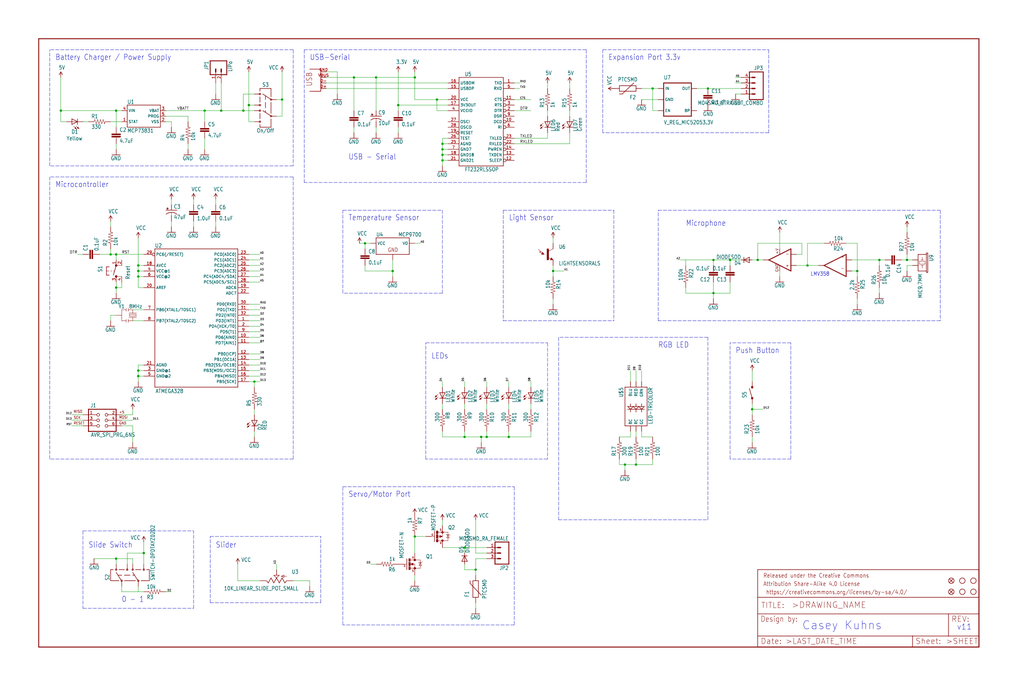
<source format=kicad_sch>
(kicad_sch (version 20211123) (generator eeschema)
  (paper "User" 470.306 317.906)
  (junction (at 213.36 251.46))
  (junction (at 172.72 35.56))
  (junction (at 27.94 50.8))
  (junction (at 335.28 119.38))
  (junction (at 299.72 40.64))
  (junction (at 66.04 254))
  (junction (at 345.44 187.96))
  (junction (at 180.34 124.46))
  (junction (at 220.98 200.66))
  (junction (at 101.6 50.8))
  (junction (at 347.98 119.38))
  (junction (at 203.2 73.66))
  (junction (at 203.2 71.12))
  (junction (at 200.66 45.72))
  (junction (at 327.66 119.38))
  (junction (at 63.5 172.72))
  (junction (at 203.2 68.58))
  (junction (at 63.5 121.92))
  (junction (at 111.76 50.8))
  (junction (at 287.02 213.36))
  (junction (at 370.84 121.92))
  (junction (at 416.56 119.38))
  (junction (at 50.8 116.84))
  (junction (at 53.34 256.54))
  (junction (at 223.52 200.66))
  (junction (at 190.5 246.38))
  (junction (at 53.34 116.84))
  (junction (at 129.54 45.72))
  (junction (at 403.86 119.38))
  (junction (at 63.5 127))
  (junction (at 233.68 200.66))
  (junction (at 116.84 175.26))
  (junction (at 190.5 35.56))
  (junction (at 167.64 111.76))
  (junction (at 93.98 50.8))
  (junction (at 53.34 50.8))
  (junction (at 393.7 124.46))
  (junction (at 63.5 124.46))
  (junction (at 182.88 48.26))
  (junction (at 63.5 170.18))
  (junction (at 162.56 35.56))
  (junction (at 213.36 200.66))
  (junction (at 325.12 40.64))
  (junction (at 254 124.46))
  (junction (at 53.34 132.08))
  (junction (at 327.66 134.62))
  (junction (at 292.1 213.36))
  (junction (at 114.3 48.26))
  (junction (at 203.2 66.04))
  (junction (at 218.44 261.62))
  (polyline (pts (xy 134.62 81.28) (xy 22.86 81.28)))
  (wire (pts (xy 114.3 55.88) (xy 114.3 48.26)))
  (wire (pts (xy 55.88 193.04) (xy 60.96 193.04)))
  (wire (pts (xy 261.62 66.04) (xy 261.62 60.96)))
  (wire (pts (xy 254 139.7) (xy 254 137.16)))
  (wire (pts (xy 58.42 254) (xy 58.42 259.08)))
  (wire (pts (xy 127 45.72) (xy 129.54 45.72)))
  (wire (pts (xy 55.88 132.08) (xy 53.34 132.08)))
  (polyline (pts (xy 22.86 210.82) (xy 22.86 81.28)))
  (wire (pts (xy 345.44 203.2) (xy 345.44 200.66)))
  (wire (pts (xy 116.84 48.26) (xy 114.3 48.26)))
  (wire (pts (xy 66.04 124.46) (xy 63.5 124.46)))
  (wire (pts (xy 66.04 127) (xy 63.5 127)))
  (wire (pts (xy 403.86 119.38) (xy 403.86 121.92)))
  (polyline (pts (xy 256.54 154.94) (xy 256.54 238.76)))
  (polyline (pts (xy 231.14 96.52) (xy 281.94 96.52)))
  (wire (pts (xy 53.34 132.08) (xy 53.34 134.62)))
  (wire (pts (xy 259.08 124.46) (xy 254 124.46)))
  (wire (pts (xy 116.84 175.26) (xy 119.38 175.26)))
  (wire (pts (xy 109.22 259.08) (xy 109.22 266.7)))
  (wire (pts (xy 287.02 215.9) (xy 287.02 213.36)))
  (wire (pts (xy 114.3 147.32) (xy 119.38 147.32)))
  (wire (pts (xy 38.1 55.88) (xy 40.64 55.88)))
  (wire (pts (xy 119.38 165.1) (xy 114.3 165.1)))
  (wire (pts (xy 193.04 111.76) (xy 190.5 111.76)))
  (wire (pts (xy 114.3 139.7) (xy 119.38 139.7)))
  (wire (pts (xy 66.04 254) (xy 66.04 259.08)))
  (wire (pts (xy 345.44 175.26) (xy 345.44 170.18)))
  (wire (pts (xy 50.8 116.84) (xy 53.34 116.84)))
  (polyline (pts (xy 302.26 96.52) (xy 431.8 96.52)))
  (wire (pts (xy 116.84 55.88) (xy 114.3 55.88)))
  (wire (pts (xy 236.22 38.1) (xy 238.76 38.1)))
  (wire (pts (xy 53.34 66.04) (xy 53.34 68.58)))
  (wire (pts (xy 419.1 119.38) (xy 416.56 119.38)))
  (wire (pts (xy 101.6 50.8) (xy 93.98 50.8)))
  (wire (pts (xy 213.36 259.08) (xy 213.36 261.62)))
  (wire (pts (xy 30.48 55.88) (xy 27.94 55.88)))
  (wire (pts (xy 66.04 170.18) (xy 63.5 170.18)))
  (wire (pts (xy 393.7 124.46) (xy 393.7 111.76)))
  (wire (pts (xy 142.24 266.7) (xy 134.62 266.7)))
  (wire (pts (xy 236.22 40.64) (xy 238.76 40.64)))
  (wire (pts (xy 287.02 213.36) (xy 292.1 213.36)))
  (wire (pts (xy 76.2 271.78) (xy 78.74 271.78)))
  (wire (pts (xy 114.3 119.38) (xy 119.38 119.38)))
  (polyline (pts (xy 157.48 134.62) (xy 157.48 96.52)))
  (polyline (pts (xy 236.22 223.52) (xy 236.22 287.02)))
  (wire (pts (xy 218.44 261.62) (xy 218.44 264.16)))
  (wire (pts (xy 114.3 172.72) (xy 119.38 172.72)))
  (wire (pts (xy 213.36 200.66) (xy 220.98 200.66)))
  (wire (pts (xy 345.44 187.96) (xy 345.44 190.5)))
  (wire (pts (xy 55.88 195.58) (xy 60.96 195.58)))
  (wire (pts (xy 190.5 35.56) (xy 190.5 45.72)))
  (wire (pts (xy 220.98 200.66) (xy 223.52 200.66)))
  (polyline (pts (xy 231.14 147.32) (xy 281.94 147.32)))
  (wire (pts (xy 99.06 91.44) (xy 99.06 93.98)))
  (polyline (pts (xy 195.58 210.82) (xy 195.58 157.48)))
  (wire (pts (xy 76.2 53.34) (xy 86.36 53.34)))
  (wire (pts (xy 345.44 185.42) (xy 345.44 187.96)))
  (wire (pts (xy 236.22 50.8) (xy 243.84 50.8)))
  (wire (pts (xy 314.96 134.62) (xy 327.66 134.62)))
  (wire (pts (xy 66.04 167.64) (xy 63.5 167.64)))
  (wire (pts (xy 60.96 256.54) (xy 60.96 259.08)))
  (wire (pts (xy 378.46 111.76) (xy 370.84 111.76)))
  (wire (pts (xy 261.62 38.1) (xy 261.62 40.64)))
  (wire (pts (xy 53.34 116.84) (xy 53.34 119.38)))
  (wire (pts (xy 53.34 256.54) (xy 43.18 256.54)))
  (wire (pts (xy 213.36 254) (xy 213.36 251.46)))
  (polyline (pts (xy 276.86 22.86) (xy 353.06 22.86)))
  (wire (pts (xy 180.34 127) (xy 180.34 124.46)))
  (wire (pts (xy 50.8 114.3) (xy 50.8 116.84)))
  (wire (pts (xy 203.2 68.58) (xy 205.74 68.58)))
  (wire (pts (xy 190.5 45.72) (xy 200.66 45.72)))
  (wire (pts (xy 314.96 119.38) (xy 312.42 119.38)))
  (wire (pts (xy 63.5 132.08) (xy 66.04 132.08)))
  (wire (pts (xy 370.84 111.76) (xy 370.84 121.92)))
  (wire (pts (xy 284.48 200.66) (xy 289.56 200.66)))
  (wire (pts (xy 66.04 271.78) (xy 63.5 271.78)))
  (wire (pts (xy 119.38 152.4) (xy 114.3 152.4)))
  (wire (pts (xy 38.1 195.58) (xy 33.02 195.58)))
  (wire (pts (xy 86.36 68.58) (xy 86.36 66.04)))
  (wire (pts (xy 320.04 40.64) (xy 325.12 40.64)))
  (wire (pts (xy 327.66 119.38) (xy 335.28 119.38)))
  (wire (pts (xy 327.66 134.62) (xy 327.66 137.16)))
  (wire (pts (xy 223.52 177.8) (xy 223.52 175.26)))
  (wire (pts (xy 416.56 104.14) (xy 416.56 106.68)))
  (polyline (pts (xy 256.54 238.76) (xy 325.12 238.76)))
  (polyline (pts (xy 96.52 276.86) (xy 96.52 246.38)))
  (polyline (pts (xy 203.2 134.62) (xy 157.48 134.62)))
  (wire (pts (xy 63.5 127) (xy 63.5 132.08)))
  (wire (pts (xy 205.74 73.66) (xy 203.2 73.66)))
  (wire (pts (xy 111.76 50.8) (xy 111.76 43.18)))
  (wire (pts (xy 200.66 45.72) (xy 205.74 45.72)))
  (wire (pts (xy 314.96 119.38) (xy 327.66 119.38)))
  (wire (pts (xy 66.04 254) (xy 58.42 254)))
  (wire (pts (xy 50.8 55.88) (xy 55.88 55.88)))
  (wire (pts (xy 27.94 55.88) (xy 27.94 50.8)))
  (wire (pts (xy 66.04 254) (xy 66.04 248.92)))
  (polyline (pts (xy 231.14 96.52) (xy 231.14 147.32)))
  (wire (pts (xy 299.72 200.66) (xy 294.64 200.66)))
  (wire (pts (xy 66.04 147.32) (xy 60.96 147.32)))
  (wire (pts (xy 116.84 187.96) (xy 116.84 190.5)))
  (wire (pts (xy 365.76 121.92) (xy 370.84 121.92)))
  (wire (pts (xy 114.3 162.56) (xy 119.38 162.56)))
  (wire (pts (xy 162.56 35.56) (xy 172.72 35.56)))
  (wire (pts (xy 213.36 177.8) (xy 213.36 175.26)))
  (wire (pts (xy 370.84 121.92) (xy 375.92 121.92)))
  (wire (pts (xy 63.5 124.46) (xy 63.5 121.92)))
  (wire (pts (xy 172.72 60.96) (xy 172.72 58.42)))
  (wire (pts (xy 233.68 200.66) (xy 233.68 198.12)))
  (wire (pts (xy 111.76 43.18) (xy 116.84 43.18)))
  (polyline (pts (xy 147.32 276.86) (xy 147.32 246.38)))
  (polyline (pts (xy 195.58 157.48) (xy 251.46 157.48)))
  (wire (pts (xy 162.56 50.8) (xy 162.56 35.56)))
  (wire (pts (xy 203.2 177.8) (xy 203.2 175.26)))
  (wire (pts (xy 63.5 271.78) (xy 55.88 271.78)))
  (wire (pts (xy 358.14 127) (xy 358.14 124.46)))
  (wire (pts (xy 114.3 142.24) (xy 119.38 142.24)))
  (wire (pts (xy 203.2 66.04) (xy 205.74 66.04)))
  (wire (pts (xy 53.34 259.08) (xy 53.34 256.54)))
  (wire (pts (xy 203.2 73.66) (xy 203.2 71.12)))
  (wire (pts (xy 114.3 170.18) (xy 119.38 170.18)))
  (wire (pts (xy 190.5 33.02) (xy 190.5 35.56)))
  (wire (pts (xy 50.8 147.32) (xy 50.8 144.78)))
  (wire (pts (xy 27.94 50.8) (xy 27.94 35.56)))
  (polyline (pts (xy 157.48 223.52) (xy 236.22 223.52)))
  (wire (pts (xy 78.74 104.14) (xy 78.74 101.6)))
  (wire (pts (xy 335.28 121.92) (xy 335.28 119.38)))
  (wire (pts (xy 182.88 58.42) (xy 182.88 60.96)))
  (wire (pts (xy 233.68 177.8) (xy 233.68 175.26)))
  (wire (pts (xy 299.72 50.8) (xy 299.72 40.64)))
  (wire (pts (xy 63.5 167.64) (xy 63.5 170.18)))
  (wire (pts (xy 200.66 50.8) (xy 200.66 45.72)))
  (wire (pts (xy 93.98 68.58) (xy 93.98 63.5)))
  (polyline (pts (xy 134.62 22.86) (xy 134.62 76.2)))
  (wire (pts (xy 243.84 177.8) (xy 243.84 175.26)))
  (wire (pts (xy 116.84 175.26) (xy 116.84 177.8)))
  (wire (pts (xy 254 109.22) (xy 254 111.76)))
  (wire (pts (xy 205.74 63.5) (xy 203.2 63.5)))
  (wire (pts (xy 55.88 271.78) (xy 55.88 269.24)))
  (polyline (pts (xy 431.8 147.32) (xy 302.26 147.32)))
  (wire (pts (xy 223.52 200.66) (xy 233.68 200.66)))
  (wire (pts (xy 365.76 116.84) (xy 368.3 116.84)))
  (wire (pts (xy 55.88 50.8) (xy 53.34 50.8)))
  (polyline (pts (xy 431.8 96.52) (xy 431.8 147.32)))
  (wire (pts (xy 391.16 119.38) (xy 403.86 119.38)))
  (wire (pts (xy 220.98 203.2) (xy 220.98 200.66)))
  (wire (pts (xy 86.36 53.34) (xy 86.36 55.88)))
  (wire (pts (xy 203.2 187.96) (xy 203.2 185.42)))
  (wire (pts (xy 345.44 119.38) (xy 347.98 119.38)))
  (wire (pts (xy 203.2 71.12) (xy 203.2 68.58)))
  (polyline (pts (xy 134.62 210.82) (xy 22.86 210.82)))
  (wire (pts (xy 327.66 121.92) (xy 327.66 119.38)))
  (wire (pts (xy 292.1 198.12) (xy 292.1 200.66)))
  (polyline (pts (xy 157.48 96.52) (xy 203.2 96.52)))
  (polyline (pts (xy 88.9 279.4) (xy 88.9 243.84)))
  (polyline (pts (xy 353.06 22.86) (xy 353.06 60.96)))
  (wire (pts (xy 66.04 172.72) (xy 63.5 172.72)))
  (wire (pts (xy 292.1 213.36) (xy 299.72 213.36)))
  (wire (pts (xy 294.64 175.26) (xy 294.64 170.18)))
  (wire (pts (xy 60.96 195.58) (xy 60.96 203.2)))
  (wire (pts (xy 129.54 53.34) (xy 129.54 45.72)))
  (wire (pts (xy 38.1 116.84) (xy 35.56 116.84)))
  (wire (pts (xy 223.52 254) (xy 218.44 254)))
  (wire (pts (xy 223.52 256.54) (xy 218.44 256.54)))
  (wire (pts (xy 233.68 200.66) (xy 243.84 200.66)))
  (wire (pts (xy 325.12 40.64) (xy 340.36 40.64)))
  (wire (pts (xy 284.48 213.36) (xy 284.48 210.82)))
  (wire (pts (xy 88.9 104.14) (xy 88.9 101.6)))
  (polyline (pts (xy 363.22 210.82) (xy 363.22 157.48)))
  (wire (pts (xy 142.24 269.24) (xy 142.24 266.7)))
  (polyline (pts (xy 269.24 22.86) (xy 139.7 22.86)))
  (polyline (pts (xy 325.12 238.76) (xy 325.12 154.94)))
  (wire (pts (xy 243.84 200.66) (xy 243.84 198.12)))
  (wire (pts (xy 292.1 213.36) (xy 292.1 210.82)))
  (wire (pts (xy 38.1 190.5) (xy 33.02 190.5)))
  (wire (pts (xy 314.96 132.08) (xy 314.96 134.62)))
  (wire (pts (xy 50.8 144.78) (xy 53.34 144.78)))
  (wire (pts (xy 165.1 111.76) (xy 167.64 111.76)))
  (wire (pts (xy 302.26 50.8) (xy 299.72 50.8)))
  (wire (pts (xy 236.22 63.5) (xy 251.46 63.5)))
  (wire (pts (xy 347.98 119.38) (xy 350.52 119.38)))
  (wire (pts (xy 116.84 200.66) (xy 116.84 198.12)))
  (wire (pts (xy 236.22 66.04) (xy 261.62 66.04)))
  (wire (pts (xy 111.76 50.8) (xy 116.84 50.8)))
  (polyline (pts (xy 281.94 96.52) (xy 281.94 147.32)))
  (wire (pts (xy 129.54 45.72) (xy 129.54 33.02)))
  (wire (pts (xy 172.72 50.8) (xy 172.72 35.56)))
  (wire (pts (xy 368.3 111.76) (xy 347.98 111.76)))
  (wire (pts (xy 195.58 246.38) (xy 190.5 246.38)))
  (polyline (pts (xy 157.48 287.02) (xy 157.48 223.52)))
  (polyline (pts (xy 276.86 60.96) (xy 276.86 22.86)))
  (wire (pts (xy 261.62 50.8) (xy 261.62 53.34)))
  (wire (pts (xy 347.98 111.76) (xy 347.98 119.38)))
  (wire (pts (xy 203.2 63.5) (xy 203.2 66.04)))
  (polyline (pts (xy 96.52 276.86) (xy 147.32 276.86)))
  (wire (pts (xy 203.2 238.76) (xy 203.2 241.3)))
  (wire (pts (xy 119.38 124.46) (xy 114.3 124.46)))
  (wire (pts (xy 205.74 48.26) (xy 182.88 48.26)))
  (wire (pts (xy 203.2 76.2) (xy 203.2 73.66)))
  (wire (pts (xy 63.5 269.24) (xy 63.5 271.78)))
  (wire (pts (xy 294.64 200.66) (xy 294.64 198.12)))
  (wire (pts (xy 203.2 200.66) (xy 213.36 200.66)))
  (wire (pts (xy 368.3 116.84) (xy 368.3 111.76)))
  (wire (pts (xy 251.46 63.5) (xy 251.46 60.96)))
  (wire (pts (xy 340.36 43.18) (xy 337.82 43.18)))
  (wire (pts (xy 55.88 190.5) (xy 60.96 190.5)))
  (polyline (pts (xy 134.62 22.86) (xy 22.86 22.86)))
  (wire (pts (xy 119.38 127) (xy 114.3 127)))
  (wire (pts (xy 38.1 193.04) (xy 33.02 193.04)))
  (polyline (pts (xy 38.1 243.84) (xy 38.1 279.4)))
  (wire (pts (xy 114.3 154.94) (xy 119.38 154.94)))
  (wire (pts (xy 66.04 142.24) (xy 60.96 142.24)))
  (polyline (pts (xy 96.52 246.38) (xy 147.32 246.38)))
  (wire (pts (xy 53.34 50.8) (xy 27.94 50.8)))
  (wire (pts (xy 162.56 58.42) (xy 162.56 60.96)))
  (polyline (pts (xy 269.24 83.82) (xy 139.7 83.82)))
  (wire (pts (xy 213.36 187.96) (xy 213.36 185.42)))
  (polyline (pts (xy 325.12 154.94) (xy 256.54 154.94)))
  (wire (pts (xy 63.5 170.18) (xy 63.5 172.72)))
  (wire (pts (xy 180.34 124.46) (xy 180.34 119.38)))
  (wire (pts (xy 213.36 251.46) (xy 203.2 251.46)))
  (wire (pts (xy 218.44 256.54) (xy 218.44 261.62)))
  (polyline (pts (xy 335.28 210.82) (xy 335.28 157.48)))
  (wire (pts (xy 205.74 38.1) (xy 149.86 38.1)))
  (polyline (pts (xy 139.7 22.86) (xy 139.7 83.82)))
  (wire (pts (xy 149.86 35.56) (xy 162.56 35.56)))
  (wire (pts (xy 289.56 200.66) (xy 289.56 198.12)))
  (wire (pts (xy 99.06 104.14) (xy 99.06 101.6)))
  (wire (pts (xy 416.56 119.38) (xy 414.02 119.38)))
  (wire (pts (xy 254 124.46) (xy 254 121.92)))
  (polyline (pts (xy 363.22 210.82) (xy 335.28 210.82)))
  (wire (pts (xy 167.64 124.46) (xy 180.34 124.46)))
  (wire (pts (xy 213.36 198.12) (xy 213.36 200.66)))
  (wire (pts (xy 114.3 116.84) (xy 119.38 116.84)))
  (wire (pts (xy 416.56 116.84) (xy 416.56 119.38)))
  (wire (pts (xy 284.48 213.36) (xy 287.02 213.36)))
  (wire (pts (xy 127 259.08) (xy 127 261.62)))
  (polyline (pts (xy 203.2 96.52) (xy 203.2 134.62)))
  (wire (pts (xy 203.2 198.12) (xy 203.2 200.66)))
  (wire (pts (xy 88.9 91.44) (xy 88.9 93.98)))
  (wire (pts (xy 167.64 111.76) (xy 170.18 111.76)))
  (wire (pts (xy 101.6 38.1) (xy 101.6 50.8)))
  (wire (pts (xy 340.36 38.1) (xy 337.82 38.1)))
  (wire (pts (xy 53.34 129.54) (xy 53.34 132.08)))
  (wire (pts (xy 60.96 190.5) (xy 60.96 187.96)))
  (wire (pts (xy 63.5 172.72) (xy 63.5 175.26)))
  (wire (pts (xy 154.94 33.02) (xy 154.94 43.18)))
  (wire (pts (xy 292.1 170.18) (xy 292.1 175.26)))
  (wire (pts (xy 403.86 134.62) (xy 403.86 132.08)))
  (wire (pts (xy 243.84 187.96) (xy 243.84 185.42)))
  (wire (pts (xy 53.34 116.84) (xy 66.04 116.84)))
  (wire (pts (xy 393.7 124.46) (xy 393.7 127)))
  (wire (pts (xy 358.14 114.3) (xy 358.14 106.68)))
  (wire (pts (xy 114.3 144.78) (xy 119.38 144.78)))
  (wire (pts (xy 182.88 33.02) (xy 182.88 48.26)))
  (wire (pts (xy 53.34 58.42) (xy 53.34 50.8)))
  (wire (pts (xy 299.72 40.64) (xy 302.26 40.64)))
  (wire (pts (xy 203.2 66.04) (xy 203.2 68.58)))
  (wire (pts (xy 127 53.34) (xy 129.54 53.34)))
  (polyline (pts (xy 269.24 22.86) (xy 269.24 83.82)))
  (wire (pts (xy 289.56 175.26) (xy 289.56 170.18)))
  (wire (pts (xy 416.56 121.92) (xy 416.56 124.46)))
  (polyline (pts (xy 38.1 279.4) (xy 88.9 279.4)))
  (polyline (pts (xy 134.62 76.2) (xy 22.86 76.2)))
  (wire (pts (xy 314.96 121.92) (xy 314.96 119.38)))
  (wire (pts (xy 167.64 121.92) (xy 167.64 124.46)))
  (wire (pts (xy 236.22 45.72) (xy 243.84 45.72)))
  (wire (pts (xy 190.5 246.38) (xy 190.5 254)))
  (wire (pts (xy 63.5 127) (xy 63.5 124.46)))
  (wire (pts (xy 327.66 129.54) (xy 327.66 134.62)))
  (polyline (pts (xy 134.62 210.82) (xy 134.62 81.28)))
  (wire (pts (xy 254 127) (xy 254 124.46)))
  (wire (pts (xy 419.1 121.92) (xy 416.56 121.92)))
  (polyline (pts (xy 302.26 147.32) (xy 302.26 96.52)))
  (wire (pts (xy 66.04 121.92) (xy 63.5 121.92)))
  (wire (pts (xy 406.4 119.38) (xy 403.86 119.38)))
  (wire (pts (xy 294.64 40.64) (xy 299.72 40.64)))
  (wire (pts (xy 93.98 55.88) (xy 93.98 50.8)))
  (wire (pts (xy 114.3 167.64) (xy 119.38 167.64)))
  (wire (pts (xy 111.76 50.8) (xy 101.6 50.8)))
  (polyline (pts (xy 251.46 210.82) (xy 195.58 210.82)))
  (wire (pts (xy 205.74 40.64) (xy 149.86 40.64)))
  (wire (pts (xy 114.3 175.26) (xy 116.84 175.26)))
  (wire (pts (xy 223.52 251.46) (xy 213.36 251.46)))
  (polyline (pts (xy 251.46 157.48) (xy 251.46 210.82)))
  (wire (pts (xy 50.8 104.14) (xy 50.8 101.6)))
  (wire (pts (xy 99.06 43.18) (xy 99.06 38.1)))
  (polyline (pts (xy 363.22 157.48) (xy 335.28 157.48)))
  (wire (pts (xy 172.72 259.08) (xy 170.18 259.08)))
  (wire (pts (xy 350.52 187.96) (xy 345.44 187.96)))
  (wire (pts (xy 167.64 114.3) (xy 167.64 111.76)))
  (wire (pts (xy 76.2 50.8) (xy 93.98 50.8)))
  (polyline (pts (xy 38.1 243.84) (xy 88.9 243.84)))
  (wire (pts (xy 45.72 116.84) (xy 50.8 116.84)))
  (wire (pts (xy 218.44 276.86) (xy 218.44 279.4)))
  (wire (pts (xy 335.28 129.54) (xy 335.28 134.62)))
  (polyline (pts (xy 22.86 76.2) (xy 22.86 22.86)))
  (wire (pts (xy 294.64 45.72) (xy 302.26 45.72)))
  (wire (pts (xy 218.44 254) (xy 218.44 238.76)))
  (wire (pts (xy 393.7 139.7) (xy 393.7 137.16)))
  (wire (pts (xy 78.74 91.44) (xy 78.74 93.98)))
  (polyline (pts (xy 353.06 60.96) (xy 276.86 60.96)))
  (wire (pts (xy 63.5 121.92) (xy 63.5 109.22)))
  (wire (pts (xy 182.88 48.26) (xy 182.88 50.8)))
  (wire (pts (xy 119.38 129.54) (xy 114.3 129.54)))
  (wire (pts (xy 391.16 124.46) (xy 393.7 124.46)))
  (wire (pts (xy 213.36 261.62) (xy 218.44 261.62)))
  (wire (pts (xy 114.3 149.86) (xy 119.38 149.86)))
  (wire (pts (xy 205.74 71.12) (xy 203.2 71.12)))
  (wire (pts (xy 335.28 119.38) (xy 340.36 119.38)))
  (wire (pts (xy 114.3 157.48) (xy 119.38 157.48)))
  (wire (pts (xy 119.38 121.92) (xy 114.3 121.92)))
  (wire (pts (xy 251.46 50.8) (xy 251.46 53.34)))
  (wire (pts (xy 172.72 35.56) (xy 190.5 35.56)))
  (wire (pts (xy 60.96 256.54) (xy 53.34 256.54)))
  (wire (pts (xy 251.46 38.1) (xy 251.46 40.64)))
  (wire (pts (xy 78.74 55.88) (xy 78.74 58.42)))
  (wire (pts (xy 109.22 266.7) (xy 119.38 266.7)))
  (wire (pts (xy 335.28 134.62) (xy 327.66 134.62)))
  (polyline (pts (xy 236.22 287.02) (xy 157.48 287.02)))
  (wire (pts (xy 299.72 213.36) (xy 299.72 210.82)))
  (wire (pts (xy 340.36 35.56) (xy 337.82 35.56)))
  (wire (pts (xy 190.5 266.7) (xy 190.5 264.16)))
  (wire (pts (xy 223.52 187.96) (xy 223.52 185.42)))
  (wire (pts (xy 149.86 33.02) (xy 154.94 33.02)))
  (wire (pts (xy 55.88 129.54) (xy 55.88 132.08)))
  (wire (pts (xy 393.7 111.76) (xy 388.62 111.76)))
  (wire (pts (xy 223.52 200.66) (xy 223.52 198.12)))
  (wire (pts (xy 76.2 55.88) (xy 78.74 55.88)))
  (wire (pts (xy 114.3 48.26) (xy 114.3 33.02)))
  (wire (pts (xy 233.68 187.96) (xy 233.68 185.42)))
  (wire (pts (xy 205.74 50.8) (xy 200.66 50.8)))
  (text "Push Button" (at 337.82 162.56 180) (effects (font (size 2.54 2.159)) (justify left bottom)))
  (text "Battery Charger / Power Supply" (at 25.4 27.94 180) (effects (font (size 2.54 2.159)) (justify left bottom)))
  (text "Light Sensor" (at 233.68 101.6 180) (effects (font (size 2.54 2.159)) (justify left bottom)))
  (text "Temperature Sensor" (at 160.02 101.6 180) (effects (font (size 2.54 2.159)) (justify left bottom)))
  (text "0 - 1" (at 55.88 276.86 180) (effects (font (size 2.54 2.159)) (justify left bottom)))
  (text "LEDs" (at 198.12 165.1 180) (effects (font (size 2.54 2.159)) (justify left bottom)))
  (text "Slider" (at 99.06 248.92 180) (effects (font (size 2.54 2.159)) (justify left top)))
  (text "Microcontroller" (at 25.4 86.36 180) (effects (font (size 2.54 2.159)) (justify left bottom)))
  (text "Casey Kuhns" (at 368.3 289.56 180) (effects (font (size 3.81 3.81)) (justify left bottom)))
  (text "v11" (at 439.42 289.56 180) (effects (font (size 2.54 2.54)) (justify left bottom)))
  (text "USB - Serial" (at 160.02 73.66 180) (effects (font (size 2.54 2.159)) (justify left bottom)))
  (text "RGB LED" (at 302.26 160.02 180) (effects (font (size 2.54 2.159)) (justify left bottom)))
  (text "LMV358" (at 381 127 180) (effects (font (size 1.778 1.5113)) (justify right bottom)))
  (text "USB-Serial" (at 142.24 27.94 180) (effects (font (size 2.54 2.159)) (justify left bottom)))
  (text "Servo/Motor Port" (at 160.02 228.6 180) (effects (font (size 2.54 2.159)) (justify left bottom)))
  (text "Slide Switch" (at 40.64 248.92 180) (effects (font (size 2.54 2.159)) (justify left top)))
  (text "Microphone" (at 314.96 104.14 180) (effects (font (size 2.54 2.159)) (justify left bottom)))
  (text "Expansion Port 3.3v" (at 279.4 27.94 180) (effects (font (size 2.54 2.159)) (justify left bottom)))
  (label "D8" (at 119.38 162.56 0) (effects (font (size 0.889 0.889))))
  (label "D7" (at 119.38 157.48 0) (effects (font (size 0.889 0.889))))
  (label "D4" (at 119.38 149.86 0) (effects (font (size 0.889 0.889))))
  (label "RST" (at 33.02 195.58 180) (effects (font (size 0.889 0.889))))
  (label "A5" (at 119.38 129.54 0) (effects (font (size 0.889 0.889))))
  (label "RXD" (at 238.76 38.1 0) (effects (font (size 0.889 0.889))))
  (label "RST" (at 55.88 116.84 0) (effects (font (size 1.2446 1.2446))))
  (label "DTR" (at 35.56 116.84 180) (effects (font (size 1.2446 1.2446))))
  (label "A2" (at 119.38 121.92 0) (effects (font (size 0.889 0.889))))
  (label "D11" (at 60.96 193.04 0) (effects (font (size 0.889 0.889))))
  (label "RXLED" (at 238.76 66.04 0) (effects (font (size 1.2446 1.2446))))
  (label "D10" (at 294.64 170.18 90) (effects (font (size 0.889 0.889))))
  (label "A0" (at 119.38 116.84 0) (effects (font (size 0.889 0.889))))
  (label "RXD" (at 119.38 139.7 0) (effects (font (size 0.889 0.889))))
  (label "D3" (at 119.38 147.32 0) (effects (font (size 0.889 0.889))))
  (label "D6" (at 119.38 154.94 0) (effects (font (size 0.889 0.889))))
  (label "VBATT" (at 81.28 50.8 0) (effects (font (size 1.2446 1.2446))))
  (label "A3" (at 119.38 124.46 0) (effects (font (size 0.889 0.889))))
  (label "D10" (at 119.38 167.64 0) (effects (font (size 0.889 0.889))))
  (label "A2" (at 312.42 119.38 180) (effects (font (size 0.889 0.889))))
  (label "D3" (at 170.18 259.08 180) (effects (font (size 0.889 0.889))))
  (label "D12" (at 33.02 190.5 180) (effects (font (size 0.889 0.889))))
  (label "D7" (at 119.38 157.48 0) (effects (font (size 0.889 0.889))))
  (label "D12" (at 350.52 187.96 0) (effects (font (size 0.889 0.889))))
  (label "D9" (at 292.1 170.18 90) (effects (font (size 0.889 0.889))))
  (label "A1" (at 259.08 124.46 0) (effects (font (size 0.889 0.889))))
  (label "D5" (at 119.38 152.4 0) (effects (font (size 0.889 0.889))))
  (label "TXD" (at 119.38 142.24 0) (effects (font (size 0.889 0.889))))
  (label "D7" (at 233.68 175.26 90) (effects (font (size 0.889 0.889))))
  (label "D11" (at 119.38 170.18 0) (effects (font (size 0.889 0.889))))
  (label "A3" (at 127 259.08 90) (effects (font (size 0.889 0.889))))
  (label "D2" (at 119.38 144.78 0) (effects (font (size 0.889 0.889))))
  (label "D9" (at 119.38 165.1 0) (effects (font (size 0.889 0.889))))
  (label "D13" (at 33.02 193.04 180) (effects (font (size 0.889 0.889))))
  (label "D13" (at 119.38 175.26 0) (effects (font (size 0.889 0.889))))
  (label "D4" (at 203.2 175.26 90) (effects (font (size 0.889 0.889))))
  (label "DTR" (at 238.76 50.8 0) (effects (font (size 1.2446 1.2446))))
  (label "D11" (at 289.56 170.18 90) (effects (font (size 0.889 0.889))))
  (label "D8" (at 243.84 175.26 90) (effects (font (size 0.889 0.889))))
  (label "D2" (at 78.74 271.78 180) (effects (font (size 0.889 0.889))))
  (label "A5" (at 337.82 35.56 0) (effects (font (size 0.889 0.889))))
  (label "D5" (at 213.36 175.26 90) (effects (font (size 0.889 0.889))))
  (label "A1" (at 119.38 119.38 0) (effects (font (size 0.889 0.889))))
  (label "A0" (at 193.04 111.76 0) (effects (font (size 0.889 0.889))))
  (label "D12" (at 119.38 172.72 0) (effects (font (size 0.889 0.889))))
  (label "TXLED" (at 238.76 63.5 0) (effects (font (size 1.2446 1.2446))))
  (label "A4" (at 337.82 38.1 0) (effects (font (size 0.889 0.889))))
  (label "A4" (at 119.38 127 0) (effects (font (size 0.889 0.889))))
  (label "CTS" (at 238.76 45.72 0) (effects (font (size 0.889 0.889))))
  (label "D6" (at 223.52 175.26 90) (effects (font (size 0.889 0.889))))
  (label "TXD" (at 238.76 40.64 0) (effects (font (size 0.889 0.889))))
  (symbol (lib_id "schematicEagle-eagle-import:GND") (at 162.56 63.5 0) (unit 1)
    (property "Reference" "#GND21" (effects hide))
    (property "Value" "GND" (at 160.02 66.04 0) (effects (font (size 1.778 1.5113)) (justify left bottom)))
    (property "Footprint" "schematicEagle:" (effects hide))
  )
  (symbol (lib_id "schematicEagle-eagle-import:VCC") (at 88.9 91.44 0) (unit 1)
    (property "Reference" "#P+6" (effects hide))
    (property "Value" "VCC" (at 87.884 87.884 0) (effects (font (size 1.778 1.5113)) (justify left bottom)))
    (property "Footprint" "schematicEagle:" (effects hide))
  )
  (symbol (lib_id "schematicEagle-eagle-import:VCC") (at 50.8 101.6 0) (unit 1)
    (property "Reference" "#P+2" (effects hide))
    (property "Value" "VCC" (at 49.784 98.044 0) (effects (font (size 1.778 1.5113)) (justify left bottom)))
    (property "Footprint" "schematicEagle:" (effects hide))
  )
  (symbol (lib_id "schematicEagle-eagle-import:GND") (at 88.9 106.68 0) (unit 1)
    (property "Reference" "#GND3" (effects hide))
    (property "Value" "GND" (at 86.36 109.22 0) (effects (font (size 1.778 1.5113)) (justify left bottom)))
    (property "Footprint" "schematicEagle:" (effects hide))
  )
  (symbol (lib_id "schematicEagle-eagle-import:LED-GREEN0603") (at 261.62 55.88 0) (unit 1)
    (property "Reference" "LED7" (at 265.176 60.452 90) (effects (font (size 1.778 1.5113)) (justify left bottom)))
    (property "Value" "Green" (at 267.335 60.452 90) (effects (font (size 1.778 1.5113)) (justify left bottom)))
    (property "Footprint" "schematicEagle:LED-0603" (effects hide))
  )
  (symbol (lib_id "schematicEagle-eagle-import:LED-WHITE") (at 223.52 180.34 0) (unit 1)
    (property "Reference" "LED3" (at 227.076 184.912 90) (effects (font (size 1.778 1.5113)) (justify left bottom)))
    (property "Value" "White" (at 229.235 184.912 90) (effects (font (size 1.778 1.5113)) (justify left bottom)))
    (property "Footprint" "schematicEagle:LED-1206" (effects hide))
  )
  (symbol (lib_id "schematicEagle-eagle-import:GND") (at 220.98 205.74 0) (unit 1)
    (property "Reference" "#GND8" (effects hide))
    (property "Value" "GND" (at 218.44 208.28 0) (effects (font (size 1.778 1.5113)) (justify left bottom)))
    (property "Footprint" "schematicEagle:" (effects hide))
  )
  (symbol (lib_id "schematicEagle-eagle-import:2.2KOHM1{slash}10W1%(0603)") (at 393.7 132.08 270) (unit 1)
    (property "Reference" "R25" (at 395.1986 128.27 0) (effects (font (size 1.778 1.5113)) (justify left bottom)))
    (property "Value" "2.2k" (at 390.398 128.27 0) (effects (font (size 1.778 1.5113)) (justify left bottom)))
    (property "Footprint" "schematicEagle:0603-RES" (effects hide))
  )
  (symbol (lib_id "schematicEagle-eagle-import:LED-YELLOW0603") (at 33.02 55.88 90) (unit 1)
    (property "Reference" "D1" (at 32.766 61.468 90) (effects (font (size 1.778 1.5113)) (justify right top)))
    (property "Value" "Yellow" (at 30.48 64.516 90) (effects (font (size 1.778 1.5113)) (justify right top)))
    (property "Footprint" "schematicEagle:LED-0603" (effects hide))
  )
  (symbol (lib_id "schematicEagle-eagle-import:GND") (at 50.8 149.86 0) (unit 1)
    (property "Reference" "#GND9" (effects hide))
    (property "Value" "GND" (at 48.26 152.4 0) (effects (font (size 1.778 1.5113)) (justify left bottom)))
    (property "Footprint" "schematicEagle:" (effects hide))
  )
  (symbol (lib_id "schematicEagle-eagle-import:SWITCH-DPDTAYZ0202") (at 121.92 48.26 0) (mirror y) (unit 1)
    (property "Reference" "S3" (at 120.396 39.878 0) (effects (font (size 1.778 1.5113)) (justify right bottom)))
    (property "Value" "On/Off" (at 117.856 60.96 0) (effects (font (size 1.778 1.5113)) (justify right bottom)))
    (property "Footprint" "schematicEagle:AYZ0202" (effects hide))
  )
  (symbol (lib_id "schematicEagle-eagle-import:VCC") (at 218.44 238.76 0) (unit 1)
    (property "Reference" "#P+16" (effects hide))
    (property "Value" "VCC" (at 219.964 237.744 0) (effects (font (size 1.778 1.5113)) (justify left bottom)))
    (property "Footprint" "schematicEagle:" (effects hide))
  )
  (symbol (lib_id "schematicEagle-eagle-import:10UF-16V-10%(TANT)") (at 172.72 53.34 0) (unit 1)
    (property "Reference" "C9" (at 173.736 52.705 0) (effects (font (size 1.778 1.5113)) (justify left bottom)))
    (property "Value" "10uF" (at 173.736 57.531 0) (effects (font (size 1.778 1.5113)) (justify left bottom)))
    (property "Footprint" "schematicEagle:EIA3216" (effects hide))
  )
  (symbol (lib_id "schematicEagle-eagle-import:LMV358SOIC") (at 358.14 119.38 0) (mirror y) (unit 1)
    (property "Reference" "U8" (effects hide))
    (property "Value" "LMV358SOIC" (effects hide))
    (property "Footprint" "schematicEagle:SO08" (effects hide))
  )
  (symbol (lib_id "schematicEagle-eagle-import:GND") (at 154.94 45.72 0) (unit 1)
    (property "Reference" "#GND19" (effects hide))
    (property "Value" "GND" (at 152.4 48.26 0) (effects (font (size 1.778 1.5113)) (justify left bottom)))
    (property "Footprint" "schematicEagle:" (effects hide))
  )
  (symbol (lib_id "schematicEagle-eagle-import:GND") (at 172.72 63.5 0) (unit 1)
    (property "Reference" "#GND22" (effects hide))
    (property "Value" "GND" (at 170.18 66.04 0) (effects (font (size 1.778 1.5113)) (justify left bottom)))
    (property "Footprint" "schematicEagle:" (effects hide))
  )
  (symbol (lib_id "schematicEagle-eagle-import:FT232RLSSOP") (at 220.98 55.88 0) (unit 1)
    (property "Reference" "U5" (at 213.36 35.052 0) (effects (font (size 1.778 1.5113)) (justify left bottom)))
    (property "Value" "FT232RLSSOP" (at 213.36 78.74 0) (effects (font (size 1.778 1.5113)) (justify left bottom)))
    (property "Footprint" "schematicEagle:SSOP28DB" (effects hide))
  )
  (symbol (lib_id "schematicEagle-eagle-import:LED-WHITE") (at 213.36 180.34 0) (unit 1)
    (property "Reference" "LED2" (at 216.916 184.912 90) (effects (font (size 1.778 1.5113)) (justify left bottom)))
    (property "Value" "White" (at 219.075 184.912 90) (effects (font (size 1.778 1.5113)) (justify left bottom)))
    (property "Footprint" "schematicEagle:LED-1206" (effects hide))
  )
  (symbol (lib_id "schematicEagle-eagle-import:10K_LINEAR_SLIDE_POT_SMALL") (at 127 266.7 90) (unit 1)
    (property "Reference" "U3" (at 137.16 261.62 90) (effects (font (size 1.778 1.5113)) (justify left bottom)))
    (property "Value" "10K_LINEAR_SLIDE_POT_SMALL" (at 137.16 269.24 90) (effects (font (size 1.778 1.5113)) (justify left bottom)))
    (property "Footprint" "schematicEagle:C2031N-1A2-B10K-GP" (effects hide))
  )
  (symbol (lib_id "schematicEagle-eagle-import:GND") (at 294.64 48.26 0) (unit 1)
    (property "Reference" "#GND32" (effects hide))
    (property "Value" "GND" (at 292.1 50.8 0) (effects (font (size 1.778 1.5113)) (justify left bottom)))
    (property "Footprint" "schematicEagle:" (effects hide))
  )
  (symbol (lib_id "schematicEagle-eagle-import:GND") (at 403.86 137.16 0) (unit 1)
    (property "Reference" "#GND23" (effects hide))
    (property "Value" "GND" (at 401.32 139.7 0) (effects (font (size 1.778 1.5113)) (justify left bottom)))
    (property "Footprint" "schematicEagle:" (effects hide))
  )
  (symbol (lib_id "schematicEagle-eagle-import:5V") (at 114.3 33.02 0) (unit 1)
    (property "Reference" "#U$6" (effects hide))
    (property "Value" "5V" (at 113.284 29.464 0) (effects (font (size 1.778 1.5113)) (justify left bottom)))
    (property "Footprint" "schematicEagle:" (effects hide))
  )
  (symbol (lib_id "schematicEagle-eagle-import:GND") (at 142.24 271.78 0) (unit 1)
    (property "Reference" "#GND14" (effects hide))
    (property "Value" "GND" (at 139.7 274.32 0) (effects (font (size 1.778 1.5113)) (justify left bottom)))
    (property "Footprint" "schematicEagle:" (effects hide))
  )
  (symbol (lib_id "schematicEagle-eagle-import:GND") (at 93.98 71.12 0) (unit 1)
    (property "Reference" "#GND20" (effects hide))
    (property "Value" "GND" (at 91.44 73.66 0) (effects (font (size 1.778 1.5113)) (justify left bottom)))
    (property "Footprint" "schematicEagle:" (effects hide))
  )
  (symbol (lib_id "schematicEagle-eagle-import:GND") (at 345.44 205.74 0) (unit 1)
    (property "Reference" "#GND15" (effects hide))
    (property "Value" "GND" (at 342.9 208.28 0) (effects (font (size 1.778 1.5113)) (justify left bottom)))
    (property "Footprint" "schematicEagle:" (effects hide))
  )
  (symbol (lib_id "schematicEagle-eagle-import:VCC") (at 66.04 248.92 0) (mirror y) (unit 1)
    (property "Reference" "#P+1" (effects hide))
    (property "Value" "VCC" (at 64.516 247.904 0) (effects (font (size 1.778 1.5113)) (justify left bottom)))
    (property "Footprint" "schematicEagle:" (effects hide))
  )
  (symbol (lib_id "schematicEagle-eagle-import:1KOHM1{slash}10W1%(0603)") (at 261.62 45.72 90) (unit 1)
    (property "Reference" "R15" (at 260.1214 49.53 0) (effects (font (size 1.778 1.5113)) (justify left bottom)))
    (property "Value" "1k" (at 264.922 49.53 0) (effects (font (size 1.778 1.5113)) (justify left bottom)))
    (property "Footprint" "schematicEagle:0603-RES" (effects hide))
  )
  (symbol (lib_id "schematicEagle-eagle-import:1KOHM1{slash}10W1%(0603)") (at 251.46 45.72 90) (unit 1)
    (property "Reference" "R13" (at 249.9614 49.53 0) (effects (font (size 1.778 1.5113)) (justify left bottom)))
    (property "Value" "1k" (at 254.762 49.53 0) (effects (font (size 1.778 1.5113)) (justify left bottom)))
    (property "Footprint" "schematicEagle:0603-RES" (effects hide))
  )
  (symbol (lib_id "schematicEagle-eagle-import:VCC") (at 254 109.22 0) (unit 1)
    (property "Reference" "#P+14" (effects hide))
    (property "Value" "VCC" (at 252.984 105.664 0) (effects (font (size 1.778 1.5113)) (justify left bottom)))
    (property "Footprint" "schematicEagle:" (effects hide))
  )
  (symbol (lib_id "schematicEagle-eagle-import:LED-WHITE") (at 203.2 180.34 0) (unit 1)
    (property "Reference" "LED1" (at 206.756 184.912 90) (effects (font (size 1.778 1.5113)) (justify left bottom)))
    (property "Value" "White" (at 208.915 184.912 90) (effects (font (size 1.778 1.5113)) (justify left bottom)))
    (property "Footprint" "schematicEagle:LED-1206" (effects hide))
  )
  (symbol (lib_id "schematicEagle-eagle-import:MOSFET-NCHANNELBSS138") (at 190.5 259.08 0) (unit 1)
    (property "Reference" "Q1" (at 195.58 256.54 0) (effects (font (size 1.778 1.5113)) (justify left bottom)))
    (property "Value" "MOSFET-N" (at 185.42 256.54 90) (effects (font (size 1.778 1.5113)) (justify left bottom)))
    (property "Footprint" "schematicEagle:SOT23" (effects hide))
  )
  (symbol (lib_id "schematicEagle-eagle-import:DIODESOD") (at 213.36 256.54 90) (unit 1)
    (property "Reference" "D5" (at 212.8774 254 0) (effects (font (size 1.778 1.5113)) (justify left bottom)))
    (property "Value" "DIODESOD" (at 215.6714 254 0) (effects (font (size 1.778 1.5113)) (justify left bottom)))
    (property "Footprint" "schematicEagle:SOD-323" (effects hide))
  )
  (symbol (lib_id "schematicEagle-eagle-import:0.1UF-25V(+80{slash}-20%)(0603)") (at 167.64 119.38 0) (unit 1)
    (property "Reference" "C8" (at 169.164 116.459 0) (effects (font (size 1.778 1.5113)) (justify left bottom)))
    (property "Value" "0.1uF" (at 169.164 121.539 0) (effects (font (size 1.778 1.5113)) (justify left bottom)))
    (property "Footprint" "schematicEagle:0603-CAP" (effects hide))
  )
  (symbol (lib_id "schematicEagle-eagle-import:4.7UF-6.3V-10%(0603)0603") (at 53.34 63.5 0) (unit 1)
    (property "Reference" "C2" (at 54.864 60.579 0) (effects (font (size 1.778 1.5113)) (justify left bottom)))
    (property "Value" "4.7uF" (at 54.864 65.659 0) (effects (font (size 1.778 1.5113)) (justify left bottom)))
    (property "Footprint" "schematicEagle:0603-CAP" (effects hide))
  )
  (symbol (lib_id "schematicEagle-eagle-import:VCC") (at 63.5 109.22 0) (unit 1)
    (property "Reference" "#P+3" (effects hide))
    (property "Value" "VCC" (at 62.484 105.664 0) (effects (font (size 1.778 1.5113)) (justify left bottom)))
    (property "Footprint" "schematicEagle:" (effects hide))
  )
  (symbol (lib_id "schematicEagle-eagle-import:VCC") (at 60.96 187.96 0) (unit 1)
    (property "Reference" "#P+20" (effects hide))
    (property "Value" "VCC" (at 59.944 184.404 0) (effects (font (size 1.778 1.5113)) (justify left bottom)))
    (property "Footprint" "schematicEagle:" (effects hide))
  )
  (symbol (lib_id "schematicEagle-eagle-import:LED-WHITE") (at 233.68 180.34 0) (unit 1)
    (property "Reference" "LED4" (at 237.236 184.912 90) (effects (font (size 1.778 1.5113)) (justify left bottom)))
    (property "Value" "White" (at 239.395 184.912 90) (effects (font (size 1.778 1.5113)) (justify left bottom)))
    (property "Footprint" "schematicEagle:LED-1206" (effects hide))
  )
  (symbol (lib_id "schematicEagle-eagle-import:VCC") (at 345.44 170.18 0) (unit 1)
    (property "Reference" "#P+9" (effects hide))
    (property "Value" "VCC" (at 344.424 166.624 0) (effects (font (size 1.778 1.5113)) (justify left bottom)))
    (property "Footprint" "schematicEagle:" (effects hide))
  )
  (symbol (lib_id "schematicEagle-eagle-import:STAND-OFF") (at 447.04 266.7 0) (unit 1)
    (property "Reference" "STANDOFF3" (effects hide))
    (property "Value" "STAND-OFF" (effects hide))
    (property "Footprint" "schematicEagle:STAND-OFF" (effects hide))
  )
  (symbol (lib_id "schematicEagle-eagle-import:LED-TRICOLOR-NO-COMPLCC-6-SMD") (at 292.1 187.96 90) (mirror x) (unit 1)
    (property "Reference" "U$5" (at 286.258 177.8 0) (effects (font (size 1.778 1.5113)) (justify left bottom)))
    (property "Value" "LED-TRICOLOR" (at 299.72 177.8 0) (effects (font (size 1.778 1.5113)) (justify left bottom)))
    (property "Footprint" "schematicEagle:PLCC-6-LED" (effects hide))
  )
  (symbol (lib_id "schematicEagle-eagle-import:GND") (at 63.5 177.8 0) (unit 1)
    (property "Reference" "#GND5" (effects hide))
    (property "Value" "GND" (at 60.96 180.34 0) (effects (font (size 1.778 1.5113)) (justify left bottom)))
    (property "Footprint" "schematicEagle:" (effects hide))
  )
  (symbol (lib_id "schematicEagle-eagle-import:LED-WHITE") (at 243.84 180.34 0) (unit 1)
    (property "Reference" "LED5" (at 247.396 184.912 90) (effects (font (size 1.778 1.5113)) (justify left bottom)))
    (property "Value" "White" (at 249.555 184.912 90) (effects (font (size 1.778 1.5113)) (justify left bottom)))
    (property "Footprint" "schematicEagle:LED-1206" (effects hide))
  )
  (symbol (lib_id "schematicEagle-eagle-import:10KOHM1{slash}10W1%(0603)0603") (at 50.8 109.22 90) (unit 1)
    (property "Reference" "R2" (at 49.3014 113.03 0) (effects (font (size 1.778 1.5113)) (justify left bottom)))
    (property "Value" "10k" (at 54.102 113.03 0) (effects (font (size 1.778 1.5113)) (justify left bottom)))
    (property "Footprint" "schematicEagle:0603-RES" (effects hide))
  )
  (symbol (lib_id "schematicEagle-eagle-import:M04SMD_STRAIGHT_COMBO") (at 345.44 40.64 0) (mirror y) (unit 1)
    (property "Reference" "JP3" (at 350.52 32.258 0) (effects (font (size 1.778 1.5113)) (justify left bottom)))
    (property "Value" "M04SMD_STRAIGHT_COMBO" (at 350.52 48.26 0) (effects (font (size 1.778 1.5113)) (justify left bottom)))
    (property "Footprint" "schematicEagle:1X04_SMD_STRAIGHT_COMBO" (effects hide))
  )
  (symbol (lib_id "schematicEagle-eagle-import:300OHM-1{slash}10W-1%(0603)") (at 223.52 193.04 270) (unit 1)
    (property "Reference" "R10" (at 225.0186 189.23 0) (effects (font (size 1.778 1.5113)) (justify left bottom)))
    (property "Value" "300" (at 220.218 189.23 0) (effects (font (size 1.778 1.5113)) (justify left bottom)))
    (property "Footprint" "schematicEagle:0603-RES" (effects hide))
  )
  (symbol (lib_id "schematicEagle-eagle-import:1KOHM1{slash}10W1%(0603)") (at 177.8 259.08 180) (unit 1)
    (property "Reference" "R6" (at 181.61 260.5786 0) (effects (font (size 1.778 1.5113)) (justify left bottom)))
    (property "Value" "1k" (at 181.61 255.778 0) (effects (font (size 1.778 1.5113)) (justify left bottom)))
    (property "Footprint" "schematicEagle:0603-RES" (effects hide))
  )
  (symbol (lib_id "schematicEagle-eagle-import:VCC") (at 190.5 236.22 0) (unit 1)
    (property "Reference" "#P+18" (effects hide))
    (property "Value" "VCC" (at 192.024 235.204 0) (effects (font (size 1.778 1.5113)) (justify left bottom)))
    (property "Footprint" "schematicEagle:" (effects hide))
  )
  (symbol (lib_id "schematicEagle-eagle-import:AVR_SPI_PRG_6NS") (at 45.72 193.04 0) (unit 1)
    (property "Reference" "J1" (at 41.402 187.198 0) (effects (font (size 1.778 1.5113)) (justify left bottom)))
    (property "Value" "AVR_SPI_PRG_6NS" (at 41.656 200.66 0) (effects (font (size 1.778 1.5113)) (justify left bottom)))
    (property "Footprint" "schematicEagle:2X3-NS" (effects hide))
  )
  (symbol (lib_id "schematicEagle-eagle-import:300OHM-1{slash}10W-1%(0603)") (at 243.84 193.04 270) (unit 1)
    (property "Reference" "R12" (at 245.3386 189.23 0) (effects (font (size 1.778 1.5113)) (justify left bottom)))
    (property "Value" "300" (at 240.538 189.23 0) (effects (font (size 1.778 1.5113)) (justify left bottom)))
    (property "Footprint" "schematicEagle:0603-RES" (effects hide))
  )
  (symbol (lib_id "schematicEagle-eagle-import:10KOHM1{slash}10W1%(0603)0603") (at 254 132.08 270) (unit 1)
    (property "Reference" "R14" (at 255.4986 128.27 0) (effects (font (size 1.778 1.5113)) (justify left bottom)))
    (property "Value" "10k" (at 250.698 128.27 0) (effects (font (size 1.778 1.5113)) (justify left bottom)))
    (property "Footprint" "schematicEagle:0603-RES" (effects hide))
  )
  (symbol (lib_id "schematicEagle-eagle-import:VCC") (at 129.54 33.02 0) (unit 1)
    (property "Reference" "#P+8" (effects hide))
    (property "Value" "VCC" (at 123.444 32.004 0) (effects (font (size 1.778 1.5113)) (justify left bottom)))
    (property "Footprint" "schematicEagle:" (effects hide))
  )
  (symbol (lib_id "schematicEagle-eagle-import:GND") (at 182.88 63.5 0) (unit 1)
    (property "Reference" "#GND16" (effects hide))
    (property "Value" "GND" (at 180.34 66.04 0) (effects (font (size 1.778 1.5113)) (justify left bottom)))
    (property "Footprint" "schematicEagle:" (effects hide))
  )
  (symbol (lib_id "schematicEagle-eagle-import:GND") (at 78.74 106.68 0) (unit 1)
    (property "Reference" "#GND4" (effects hide))
    (property "Value" "GND" (at 76.2 109.22 0) (effects (font (size 1.778 1.5113)) (justify left bottom)))
    (property "Footprint" "schematicEagle:" (effects hide))
  )
  (symbol (lib_id "schematicEagle-eagle-import:GND") (at 180.34 129.54 0) (unit 1)
    (property "Reference" "#GND28" (effects hide))
    (property "Value" "GND" (at 177.8 132.08 0) (effects (font (size 1.778 1.5113)) (justify left bottom)))
    (property "Footprint" "schematicEagle:" (effects hide))
  )
  (symbol (lib_id "schematicEagle-eagle-import:VCC") (at 416.56 104.14 0) (unit 1)
    (property "Reference" "#P+12" (effects hide))
    (property "Value" "VCC" (at 415.544 100.584 0) (effects (font (size 1.778 1.5113)) (justify left bottom)))
    (property "Footprint" "schematicEagle:" (effects hide))
  )
  (symbol (lib_id "schematicEagle-eagle-import:STAND-OFF") (at 441.96 271.78 0) (unit 1)
    (property "Reference" "STANDOFF2" (effects hide))
    (property "Value" "STAND-OFF" (effects hide))
    (property "Footprint" "schematicEagle:STAND-OFF" (effects hide))
  )
  (symbol (lib_id "schematicEagle-eagle-import:VCC") (at 99.06 91.44 0) (unit 1)
    (property "Reference" "#P+4" (effects hide))
    (property "Value" "VCC" (at 98.044 87.884 0) (effects (font (size 1.778 1.5113)) (justify left bottom)))
    (property "Footprint" "schematicEagle:" (effects hide))
  )
  (symbol (lib_id "schematicEagle-eagle-import:GND") (at 99.06 45.72 0) (unit 1)
    (property "Reference" "#GND12" (effects hide))
    (property "Value" "GND" (at 96.52 48.26 0) (effects (font (size 1.778 1.5113)) (justify left bottom)))
    (property "Footprint" "schematicEagle:" (effects hide))
  )
  (symbol (lib_id "schematicEagle-eagle-import:GND") (at 337.82 45.72 0) (mirror y) (unit 1)
    (property "Reference" "#GND31" (effects hide))
    (property "Value" "GND" (at 340.36 48.26 0) (effects (font (size 1.778 1.5113)) (justify left bottom)))
    (property "Footprint" "schematicEagle:" (effects hide))
  )
  (symbol (lib_id "schematicEagle-eagle-import:VCC") (at 165.1 111.76 0) (unit 1)
    (property "Reference" "#P+15" (effects hide))
    (property "Value" "VCC" (at 164.084 108.204 0) (effects (font (size 1.778 1.5113)) (justify left bottom)))
    (property "Footprint" "schematicEagle:" (effects hide))
  )
  (symbol (lib_id "schematicEagle-eagle-import:VCC") (at 203.2 238.76 0) (unit 1)
    (property "Reference" "#P+17" (effects hide))
    (property "Value" "VCC" (at 204.724 237.744 0) (effects (font (size 1.778 1.5113)) (justify left bottom)))
    (property "Footprint" "schematicEagle:" (effects hide))
  )
  (symbol (lib_id "schematicEagle-eagle-import:VCC") (at 182.88 33.02 0) (unit 1)
    (property "Reference" "#P+11" (effects hide))
    (property "Value" "3.3V" (at 181.864 29.464 0) (effects (font (size 1.778 1.5113)) (justify left bottom)))
    (property "Footprint" "schematicEagle:" (effects hide))
  )
  (symbol (lib_id "schematicEagle-eagle-import:GND") (at 43.18 259.08 0) (mirror y) (unit 1)
    (property "Reference" "#GND10" (effects hide))
    (property "Value" "GND" (at 45.72 261.62 0) (effects (font (size 1.778 1.5113)) (justify left bottom)))
    (property "Footprint" "schematicEagle:" (effects hide))
  )
  (symbol (lib_id "schematicEagle-eagle-import:GND") (at 53.34 71.12 0) (unit 1)
    (property "Reference" "#GND18" (effects hide))
    (property "Value" "GND" (at 50.8 73.66 0) (effects (font (size 1.778 1.5113)) (justify left bottom)))
    (property "Footprint" "schematicEagle:" (effects hide))
  )
  (symbol (lib_id "schematicEagle-eagle-import:10KOHM1{slash}10W1%(0603)0603") (at 416.56 111.76 90) (unit 1)
    (property "Reference" "R27" (at 415.0614 115.57 0) (effects (font (size 1.778 1.5113)) (justify left bottom)))
    (property "Value" "10k" (at 419.862 115.57 0) (effects (font (size 1.778 1.5113)) (justify left bottom)))
    (property "Footprint" "schematicEagle:0603-RES" (effects hide))
  )
  (symbol (lib_id "schematicEagle-eagle-import:GND") (at 218.44 281.94 0) (unit 1)
    (property "Reference" "#GND29" (effects hide))
    (property "Value" "GND" (at 215.9 284.48 0) (effects (font (size 1.778 1.5113)) (justify left bottom)))
    (property "Footprint" "schematicEagle:" (effects hide))
  )
  (symbol (lib_id "schematicEagle-eagle-import:5V") (at 251.46 38.1 0) (unit 1)
    (property "Reference" "#U$1" (effects hide))
    (property "Value" "5V" (at 250.444 34.544 0) (effects (font (size 1.778 1.5113)) (justify left bottom)))
    (property "Footprint" "schematicEagle:" (effects hide))
  )
  (symbol (lib_id "schematicEagle-eagle-import:MIC9.7MM") (at 421.64 119.38 270) (unit 1)
    (property "Reference" "U9" (at 426.72 116.84 0) (effects (font (size 1.778 1.5113)) (justify left bottom)))
    (property "Value" "MIC9.7MM" (at 421.64 125.73 0) (effects (font (size 1.778 1.5113)) (justify left bottom)))
    (property "Footprint" "schematicEagle:MIC-9.7MM" (effects hide))
  )
  (symbol (lib_id "schematicEagle-eagle-import:PTCSMD") (at 289.56 40.64 180) (unit 1)
    (property "Reference" "F2" (at 292.1 43.688 0) (effects (font (size 1.778 1.5113)) (justify left bottom)))
    (property "Value" "PTCSMD" (at 292.862 35.56 0) (effects (font (size 1.778 1.5113)) (justify left bottom)))
    (property "Footprint" "schematicEagle:PTC-1206" (effects hide))
  )
  (symbol (lib_id "schematicEagle-eagle-import:GND") (at 287.02 218.44 0) (unit 1)
    (property "Reference" "#GND34" (effects hide))
    (property "Value" "GND" (at 284.48 220.98 0) (effects (font (size 1.778 1.5113)) (justify left bottom)))
    (property "Footprint" "schematicEagle:" (effects hide))
  )
  (symbol (lib_id "schematicEagle-eagle-import:300OHM-1{slash}10W-1%(0603)") (at 203.2 193.04 270) (unit 1)
    (property "Reference" "R8" (at 204.6986 189.23 0) (effects (font (size 1.778 1.5113)) (justify left bottom)))
    (property "Value" "300" (at 199.898 189.23 0) (effects (font (size 1.778 1.5113)) (justify left bottom)))
    (property "Footprint" "schematicEagle:0603-RES" (effects hide))
  )
  (symbol (lib_id "schematicEagle-eagle-import:DIODESOD") (at 342.9 119.38 180) (unit 1)
    (property "Reference" "D4" (at 340.36 119.8626 0) (effects (font (size 1.778 1.5113)) (justify left bottom)))
    (property "Value" "DIODESOD" (at 340.36 117.0686 0) (effects (font (size 1.778 1.5113)) (justify left bottom)))
    (property "Footprint" "schematicEagle:SOD-323" (effects hide))
  )
  (symbol (lib_id "schematicEagle-eagle-import:FRAME-LEDGER") (at 347.98 297.18 0) (unit 2)
    (property "Reference" "FRAME1" (effects hide))
    (property "Value" "FRAME-LEDGER" (effects hide))
    (property "Footprint" "schematicEagle:CREATIVE_COMMONS" (effects hide))
  )
  (symbol (lib_id "schematicEagle-eagle-import:VCC") (at 358.14 106.68 0) (unit 1)
    (property "Reference" "#P+13" (effects hide))
    (property "Value" "VCC" (at 357.124 103.124 0) (effects (font (size 1.778 1.5113)) (justify left bottom)))
    (property "Footprint" "schematicEagle:" (effects hide))
  )
  (symbol (lib_id "schematicEagle-eagle-import:MCP9700SMD") (at 180.34 114.3 0) (unit 1)
    (property "Reference" "U4" (at 172.72 108.712 0) (effects (font (size 1.778 1.5113)) (justify left bottom)))
    (property "Value" "MCP9700" (at 182.88 108.712 0) (effects (font (size 1.778 1.5113)) (justify left bottom)))
    (property "Footprint" "schematicEagle:SOT23-3" (effects hide))
  )
  (symbol (lib_id "schematicEagle-eagle-import:0.1UF-25V(+80{slash}-20%)(0603)") (at 162.56 55.88 0) (unit 1)
    (property "Reference" "C7" (at 164.084 52.959 0) (effects (font (size 1.778 1.5113)) (justify left bottom)))
    (property "Value" "0.1uF" (at 164.084 58.039 0) (effects (font (size 1.778 1.5113)) (justify left bottom)))
    (property "Footprint" "schematicEagle:0603-CAP" (effects hide))
  )
  (symbol (lib_id "schematicEagle-eagle-import:GND") (at 86.36 71.12 0) (unit 1)
    (property "Reference" "#GND13" (effects hide))
    (property "Value" "GND" (at 83.82 73.66 0) (effects (font (size 1.778 1.5113)) (justify left bottom)))
    (property "Footprint" "schematicEagle:" (effects hide))
  )
  (symbol (lib_id "schematicEagle-eagle-import:SWITCH-DPDTAYZ0202") (at 58.42 264.16 90) (unit 1)
    (property "Reference" "S2" (at 50.292 266.7 0) (effects (font (size 1.778 1.5113)) (justify left bottom)))
    (property "Value" "SWITCH-DPDTAYZ0202" (at 71.12 266.7 0) (effects (font (size 1.778 1.5113)) (justify left bottom)))
    (property "Footprint" "schematicEagle:AYZ0202" (effects hide))
  )
  (symbol (lib_id "schematicEagle-eagle-import:4.7UF-6.3V-10%(0603)0603") (at 93.98 60.96 0) (unit 1)
    (property "Reference" "C5" (at 95.504 58.039 0) (effects (font (size 1.778 1.5113)) (justify left bottom)))
    (property "Value" "4.7uF" (at 95.504 63.119 0) (effects (font (size 1.778 1.5113)) (justify left bottom)))
    (property "Footprint" "schematicEagle:0603-CAP" (effects hide))
  )
  (symbol (lib_id "schematicEagle-eagle-import:STAND-OFF") (at 441.96 266.7 0) (unit 1)
    (property "Reference" "STANDOFF1" (effects hide))
    (property "Value" "STAND-OFF" (effects hide))
    (property "Footprint" "schematicEagle:STAND-OFF" (effects hide))
  )
  (symbol (lib_id "schematicEagle-eagle-import:0.1UF-25V(+80{slash}-20%)(0603)") (at 325.12 45.72 0) (unit 1)
    (property "Reference" "C11" (at 326.644 42.799 0) (effects (font (size 1.778 1.5113)) (justify left bottom)))
    (property "Value" "0.1uF" (at 326.644 47.879 0) (effects (font (size 1.778 1.5113)) (justify left bottom)))
    (property "Footprint" "schematicEagle:0603-CAP" (effects hide))
  )
  (symbol (lib_id "schematicEagle-eagle-import:GND") (at 325.12 50.8 0) (mirror y) (unit 1)
    (property "Reference" "#GND33" (effects hide))
    (property "Value" "GND" (at 327.66 53.34 0) (effects (font (size 1.778 1.5113)) (justify left bottom)))
    (property "Footprint" "schematicEagle:" (effects hide))
  )
  (symbol (lib_id "schematicEagle-eagle-import:V_REG_MIC52053.3V") (at 312.42 45.72 0) (unit 1)
    (property "Reference" "U7" (at 304.8 36.576 0) (effects (font (size 1.778 1.5113)) (justify left bottom)))
    (property "Value" "V_REG_MIC52053.3V" (at 304.8 57.15 0) (effects (font (size 1.778 1.5113)) (justify left bottom)))
    (property "Footprint" "schematicEagle:SOT23-5" (effects hide))
  )
  (symbol (lib_id "schematicEagle-eagle-import:M02-JST-2MM-SMT") (at 101.6 30.48 90) (mirror x) (unit 1)
    (property "Reference" "JP1" (at 95.758 27.94 0) (effects (font (size 1.778 1.5113)) (justify left bottom)))
    (property "Value" "LiPo" (at 106.68 27.94 0) (effects (font (size 1.778 1.5113)) (justify left bottom)))
    (property "Footprint" "schematicEagle:JST-2-SMD" (effects hide))
  )
  (symbol (lib_id "schematicEagle-eagle-import:100OHM1{slash}10W1%(0603)") (at 292.1 205.74 90) (unit 1)
    (property "Reference" "R19" (at 290.6014 209.55 0) (effects (font (size 1.778 1.5113)) (justify left bottom)))
    (property "Value" "100" (at 295.402 209.55 0) (effects (font (size 1.778 1.5113)) (justify left bottom)))
    (property "Footprint" "schematicEagle:0603-RES" (effects hide))
  )
  (symbol (lib_id "schematicEagle-eagle-import:5V") (at 261.62 38.1 0) (unit 1)
    (property "Reference" "#U$4" (effects hide))
    (property "Value" "5V" (at 260.604 34.544 0) (effects (font (size 1.778 1.5113)) (justify left bottom)))
    (property "Footprint" "schematicEagle:" (effects hide))
  )
  (symbol (lib_id "schematicEagle-eagle-import:FRAME-LEDGER") (at 17.78 297.18 0) (unit 1)
    (property "Reference" "FRAME1" (effects hide))
    (property "Value" "FRAME-LEDGER" (effects hide))
    (property "Footprint" "schematicEagle:CREATIVE_COMMONS" (effects hide))
  )
  (symbol (lib_id "schematicEagle-eagle-import:0.1UF-25V(+80{slash}-20%)(0603)") (at 99.06 99.06 0) (unit 1)
    (property "Reference" "C6" (at 100.584 96.139 0) (effects (font (size 1.778 1.5113)) (justify left bottom)))
    (property "Value" "0.1uF" (at 100.584 101.219 0) (effects (font (size 1.778 1.5113)) (justify left bottom)))
    (property "Footprint" "schematicEagle:0603-CAP" (effects hide))
  )
  (symbol (lib_id "schematicEagle-eagle-import:0.1UF-25V(+80{slash}-20%)(0603)") (at 408.94 119.38 270) (unit 1)
    (property "Reference" "C14" (at 411.861 120.904 0) (effects (font (size 1.778 1.5113)) (justify left bottom)))
    (property "Value" "0.1uF" (at 406.781 120.904 0) (effects (font (size 1.778 1.5113)) (justify left bottom)))
    (property "Footprint" "schematicEagle:0603-CAP" (effects hide))
  )
  (symbol (lib_id "schematicEagle-eagle-import:VCC") (at 281.94 40.64 90) (unit 1)
    (property "Reference" "#P+19" (effects hide))
    (property "Value" "VCC" (at 280.924 39.116 0) (effects (font (size 1.778 1.5113)) (justify left bottom)))
    (property "Footprint" "schematicEagle:" (effects hide))
  )
  (symbol (lib_id "schematicEagle-eagle-import:LIGHTSENSORALS") (at 251.46 116.84 0) (unit 1)
    (property "Reference" "U6" (at 256.54 114.3 0) (effects (font (size 1.778 1.5113)) (justify left bottom)))
    (property "Value" "LIGHTSENSORALS" (at 256.54 121.92 0) (effects (font (size 1.778 1.5113)) (justify left bottom)))
    (property "Footprint" "schematicEagle:ALS-PT19" (effects hide))
  )
  (symbol (lib_id "schematicEagle-eagle-import:5V") (at 190.5 33.02 0) (unit 1)
    (property "Reference" "#U$3" (effects hide))
    (property "Value" "5V" (at 189.484 29.464 0) (effects (font (size 1.778 1.5113)) (justify left bottom)))
    (property "Footprint" "schematicEagle:" (effects hide))
  )
  (symbol (lib_id "schematicEagle-eagle-import:LED-RED1206") (at 116.84 193.04 0) (unit 1)
    (property "Reference" "D2" (at 120.396 197.612 90) (effects (font (size 1.778 1.5113)) (justify left bottom)))
    (property "Value" "RED" (at 122.555 197.612 90) (effects (font (size 1.778 1.5113)) (justify left bottom)))
    (property "Footprint" "schematicEagle:LED-1206" (effects hide))
  )
  (symbol (lib_id "schematicEagle-eagle-import:GND") (at 60.96 205.74 0) (unit 1)
    (property "Reference" "#GND37" (effects hide))
    (property "Value" "GND" (at 58.42 208.28 0) (effects (font (size 1.778 1.5113)) (justify left bottom)))
    (property "Footprint" "schematicEagle:" (effects hide))
  )
  (symbol (lib_id "schematicEagle-eagle-import:GND") (at 416.56 127 0) (unit 1)
    (property "Reference" "#GND24" (effects hide))
    (property "Value" "GND" (at 414.02 129.54 0) (effects (font (size 1.778 1.5113)) (justify left bottom)))
    (property "Footprint" "schematicEagle:" (effects hide))
  )
  (symbol (lib_id "schematicEagle-eagle-import:300OHM-1{slash}10W-1%(0603)") (at 284.48 205.74 90) (unit 1)
    (property "Reference" "R17" (at 282.9814 209.55 0) (effects (font (size 1.778 1.5113)) (justify left bottom)))
    (property "Value" "300" (at 287.782 209.55 0) (effects (font (size 1.778 1.5113)) (justify left bottom)))
    (property "Footprint" "schematicEagle:0603-RES" (effects hide))
  )
  (symbol (lib_id "schematicEagle-eagle-import:MCP73831") (at 66.04 53.34 0) (unit 1)
    (property "Reference" "U1" (at 58.42 47.752 0) (effects (font (size 1.778 1.5113)) (justify left bottom)))
    (property "Value" "MCP73831" (at 58.42 60.96 0) (effects (font (size 1.778 1.5113)) (justify left bottom)))
    (property "Footprint" "schematicEagle:SOT23-5" (effects hide))
  )
  (symbol (lib_id "schematicEagle-eagle-import:47UF-10V-10%(TANT)") (at 78.74 96.52 0) (unit 1)
    (property "Reference" "C3" (at 79.756 95.885 0) (effects (font (size 1.778 1.5113)) (justify left bottom)))
    (property "Value" "47uF" (at 79.756 100.711 0) (effects (font (size 1.778 1.5113)) (justify left bottom)))
    (property "Footprint" "schematicEagle:EIA3528" (effects hide))
  )
  (symbol (lib_id "schematicEagle-eagle-import:GND") (at 358.14 129.54 0) (unit 1)
    (property "Reference" "#GND25" (effects hide))
    (property "Value" "GND" (at 355.6 132.08 0) (effects (font (size 1.778 1.5113)) (justify left bottom)))
    (property "Footprint" "schematicEagle:" (effects hide))
  )
  (symbol (lib_id "schematicEagle-eagle-import:PTCSMD") (at 218.44 271.78 90) (unit 1)
    (property "Reference" "F1" (at 215.392 274.32 0) (effects (font (size 1.778 1.5113)) (justify left bottom)))
    (property "Value" "PTCSMD" (at 223.52 275.082 0) (effects (font (size 1.778 1.5113)) (justify left bottom)))
    (property "Footprint" "schematicEagle:PTC-1206" (effects hide))
  )
  (symbol (lib_id "schematicEagle-eagle-import:M03SMD_RA_FEMALE") (at 231.14 254 180) (unit 1)
    (property "Reference" "JP2" (at 233.68 259.842 0) (effects (font (size 1.778 1.5113)) (justify left bottom)))
    (property "Value" "M03SMD_RA_FEMALE" (at 233.68 246.38 0) (effects (font (size 1.778 1.5113)) (justify left bottom)))
    (property "Footprint" "schematicEagle:1X03_SMD_RA_FEMALE" (effects hide))
  )
  (symbol (lib_id "schematicEagle-eagle-import:USBSMD") (at 147.32 33.02 180) (unit 1)
    (property "Reference" "X1" (effects hide))
    (property "Value" "USBSMD" (effects hide))
    (property "Footprint" "schematicEagle:USB-MINIB" (effects hide))
  )
  (symbol (lib_id "schematicEagle-eagle-import:0.1UF-25V(+80{slash}-20%)(0603)") (at 335.28 124.46 180) (unit 1)
    (property "Reference" "C13" (at 333.756 127.381 0) (effects (font (size 1.778 1.5113)) (justify left bottom)))
    (property "Value" "0.1uF" (at 333.756 122.301 0) (effects (font (size 1.778 1.5113)) (justify left bottom)))
    (property "Footprint" "schematicEagle:0603-CAP" (effects hide))
  )
  (symbol (lib_id "schematicEagle-eagle-import:GND") (at 99.06 106.68 0) (unit 1)
    (property "Reference" "#GND7" (effects hide))
    (property "Value" "GND" (at 96.52 109.22 0) (effects (font (size 1.778 1.5113)) (justify left bottom)))
    (property "Footprint" "schematicEagle:" (effects hide))
  )
  (symbol (lib_id "schematicEagle-eagle-import:LED-RED0603") (at 251.46 55.88 0) (unit 1)
    (property "Reference" "LED6" (at 255.016 60.452 90) (effects (font (size 1.778 1.5113)) (justify left bottom)))
    (property "Value" "Red" (at 257.175 60.452 90) (effects (font (size 1.778 1.5113)) (justify left bottom)))
    (property "Footprint" "schematicEagle:LED-0603" (effects hide))
  )
  (symbol (lib_id "schematicEagle-eagle-import:1.0UF-16V-10%(0603)") (at 88.9 99.06 0) (unit 1)
    (property "Reference" "C4" (at 90.424 96.139 0) (effects (font (size 1.778 1.5113)) (justify left bottom)))
    (property "Value" "1.0uF" (at 90.424 101.219 0) (effects (font (size 1.778 1.5113)) (justify left bottom)))
    (property "Footprint" "schematicEagle:0603-CAP" (effects hide))
  )
  (symbol (lib_id "schematicEagle-eagle-import:GND") (at 254 142.24 0) (unit 1)
    (property "Reference" "#GND27" (effects hide))
    (property "Value" "GND" (at 251.46 144.78 0) (effects (font (size 1.778 1.5113)) (justify left bottom)))
    (property "Footprint" "schematicEagle:" (effects hide))
  )
  (symbol (lib_id "schematicEagle-eagle-import:10KOHM1{slash}10W1%(0603)0603") (at 383.54 111.76 180) (unit 1)
    (property "Reference" "R24" (at 387.35 113.2586 0) (effects (font (size 1.778 1.5113)) (justify left bottom)))
    (property "Value" "10k" (at 387.35 108.458 0) (effects (font (size 1.778 1.5113)) (justify left bottom)))
    (property "Footprint" "schematicEagle:0603-RES" (effects hide))
  )
  (symbol (lib_id "schematicEagle-eagle-import:ATMEGA328_SMT") (at 88.9 142.24 0) (unit 1)
    (property "Reference" "U2" (at 71.12 113.792 0) (effects (font (size 1.778 1.5113)) (justify left bottom)))
    (property "Value" "ATMEGA328" (at 71.374 180.594 0) (effects (font (size 1.778 1.5113)) (justify left bottom)))
    (property "Footprint" "schematicEagle:TQFP32-08" (effects hide))
  )
  (symbol (lib_id "schematicEagle-eagle-import:GND") (at 327.66 139.7 0) (unit 1)
    (property "Reference" "#GND26" (effects hide))
    (property "Value" "GND" (at 325.12 142.24 0) (effects (font (size 1.778 1.5113)) (justify left bottom)))
    (property "Footprint" "schematicEagle:" (effects hide))
  )
  (symbol (lib_id "schematicEagle-eagle-import:MOSFET-PCHANNEL") (at 203.2 246.38 0) (mirror x) (unit 1)
    (property "Reference" "Q2" (at 205.74 241.3 0) (effects (font (size 1.778 1.5113)) (justify left bottom)))
    (property "Value" "MOSFET-P" (at 198.12 243.84 90) (effects (font (size 1.778 1.5113)) (justify right top)))
    (property "Footprint" "schematicEagle:SOT23-3" (effects hide))
  )
  (symbol (lib_id "schematicEagle-eagle-import:0.1UF-25V(+80{slash}-20%)(0603)") (at 182.88 55.88 0) (unit 1)
    (property "Reference" "C10" (at 184.404 52.959 0) (effects (font (size 1.778 1.5113)) (justify left bottom)))
    (property "Value" "0.1uF" (at 184.404 58.039 0) (effects (font (size 1.778 1.5113)) (justify left bottom)))
    (property "Footprint" "schematicEagle:0603-CAP" (effects hide))
  )
  (symbol (lib_id "schematicEagle-eagle-import:TAC_SWITCHSMD") (at 53.34 124.46 90) (mirror x) (unit 1)
    (property "Reference" "S1" (at 46.99 121.92 0) (effects (font (size 1.778 1.5113)) (justify left bottom)))
    (property "Value" "Reset" (at 59.69 121.92 0) (effects (font (size 1.778 1.5113)) (justify left bottom)))
    (property "Footprint" "schematicEagle:TACTILE_SWITCH_SMD" (effects hide))
  )
  (symbol (lib_id "schematicEagle-eagle-import:VCC") (at 109.22 259.08 0) (unit 1)
    (property "Reference" "#P+5" (effects hide))
    (property "Value" "VCC" (at 110.744 258.064 0) (effects (font (size 1.778 1.5113)) (justify left bottom)))
    (property "Footprint" "schematicEagle:" (effects hide))
  )
  (symbol (lib_id "schematicEagle-eagle-import:10KOHM1{slash}10W1%(0603)0603") (at 86.36 60.96 90) (unit 1)
    (property "Reference" "R4" (at 84.8614 64.77 0) (effects (font (size 1.778 1.5113)) (justify left bottom)))
    (property "Value" "10k" (at 89.662 64.77 0) (effects (font (size 1.778 1.5113)) (justify left bottom)))
    (property "Footprint" "schematicEagle:0603-RES" (effects hide))
  )
  (symbol (lib_id "schematicEagle-eagle-import:0.1UF-25V(+80{slash}-20%)(0603)") (at 43.18 116.84 90) (unit 1)
    (property "Reference" "C1" (at 40.259 115.316 0) (effects (font (size 1.778 1.5113)) (justify left bottom)))
    (property "Value" "0.1uF" (at 45.339 115.316 0) (effects (font (size 1.778 1.5113)) (justify left bottom)))
    (property "Footprint" "schematicEagle:0603-CAP" (effects hide))
  )
  (symbol (lib_id "schematicEagle-eagle-import:GND") (at 116.84 203.2 0) (unit 1)
    (property "Reference" "#GND2" (effects hide))
    (property "Value" "GND" (at 114.3 205.74 0) (effects (font (size 1.778 1.5113)) (justify left bottom)))
    (property "Footprint" "schematicEagle:" (effects hide))
  )
  (symbol (lib_id "schematicEagle-eagle-import:330OHM1{slash}10W1%(0603)") (at 116.84 182.88 90) (unit 1)
    (property "Reference" "R5" (at 115.3414 186.69 0) (effects (font (size 1.778 1.5113)) (justify left bottom)))
    (property "Value" "330" (at 120.142 186.69 0) (effects (font (size 1.778 1.5113)) (justify left bottom)))
    (property "Footprint" "schematicEagle:0603-RES" (effects hide))
  )
  (symbol (lib_id "schematicEagle-eagle-import:GND") (at 203.2 78.74 0) (unit 1)
    (property "Reference" "#GND17" (effects hide))
    (property "Value" "GND" (at 200.66 81.28 0) (effects (font (size 1.778 1.5113)) (justify left bottom)))
    (property "Footprint" "schematicEagle:" (effects hide))
  )
  (symbol (lib_id "schematicEagle-eagle-import:GND") (at 78.74 60.96 0) (unit 1)
    (property "Reference" "#GND11" (effects hide))
    (property "Value" "GND" (at 76.2 63.5 0) (effects (font (size 1.778 1.5113)) (justify left bottom)))
    (property "Footprint" "schematicEagle:" (effects hide))
  )
  (symbol (lib_id "schematicEagle-eagle-import:100OHM1{slash}10W1%(0603)") (at 299.72 205.74 90) (unit 1)
    (property "Reference" "R21" (at 298.2214 209.55 0) (effects (font (size 1.778 1.5113)) (justify left bottom)))
    (property "Value" "100" (at 303.022 209.55 0) (effects (font (size 1.778 1.5113)) (justify left bottom)))
    (property "Footprint" "schematicEagle:0603-RES" (effects hide))
  )
  (symbol (lib_id "schematicEagle-eagle-import:300OHM-1{slash}10W-1%(0603)") (at 233.68 193.04 270) (unit 1)
    (property "Reference" "R11" (at 235.1786 189.23 0) (effects (font (size 1.778 1.5113)) (justify left bottom)))
    (property "Value" "300" (at 230.378 189.23 0) (effects (font (size 1.778 1.5113)) (justify left bottom)))
    (property "Footprint" "schematicEagle:0603-RES" (effects hide))
  )
  (symbol (lib_id "schematicEagle-eagle-import:10KOHM1{slash}10W1%(0603)0603") (at 345.44 195.58 90) (unit 1)
    (property "Reference" "R23" (at 343.9414 199.39 0) (effects (font (size 1.778 1.5113)) (justify left bottom)))
    (property "Value" "10k" (at 348.742 199.39 0) (effects (font (size 1.778 1.5113)) (justify left bottom)))
    (property "Footprint" "schematicEagle:0603-RES" (effects hide))
  )
  (symbol (lib_id "schematicEagle-eagle-import:5V") (at 27.94 35.56 0) (unit 1)
    (property "Reference" "#U$2" (effects hide))
    (property "Value" "5V" (at 26.924 32.004 0) (effects (font (size 1.778 1.5113)) (justify left bottom)))
    (property "Footprint" "schematicEagle:" (effects hide))
  )
  (symbol (lib_id "schematicEagle-eagle-import:10KOHM1{slash}10W1%(0603)0603") (at 71.12 271.78 0) (mirror x) (unit 1)
    (property "Reference" "R3" (at 67.31 273.2786 0) (effects (font (size 1.778 1.5113)) (justify left bottom)))
    (property "Value" "10k" (at 67.31 268.478 0) (effects (font (size 1.778 1.5113)) (justify left bottom)))
    (property "Footprint" "schematicEagle:0603-RES" (effects hide))
  )
  (symbol (lib_id "schematicEagle-eagle-import:FIDUCIAL1X2") (at 436.88 266.7 0) (unit 1)
    (property "Reference" "FID2" (effects hide))
    (property "Value" "FIDUCIAL1X2" (effects hide))
    (property "Footprint" "schematicEagle:FIDUCIAL-1X2" (effects hide))
  )
  (symbol (lib_id "schematicEagle-eagle-import:SWITCH-MOMENTARY-2SMD-4") (at 345.44 180.34 90) (unit 1)
    (property "Reference" "S5" (at 342.9 182.88 0) (effects (font (size 1.778 1.5113)) (justify left bottom)))
    (property "Value" "SWITCH-MOMENTARY-2SMD-4" (effects hide))
    (property "Footprint" "schematicEagle:TACTILE_SWITCH_TALL" (effects hide))
  )
  (symbol (lib_id "schematicEagle-eagle-import:LMV358SOIC") (at 383.54 121.92 180) (unit 2)
    (property "Reference" "U8" (effects hide))
    (property "Value" "LMV358SOIC" (effects hide))
    (property "Footprint" "schematicEagle:SO08" (effects hide))
  )
  (symbol (lib_id "schematicEagle-eagle-import:RESONATOR8MHZ") (at 60.96 144.78 270) (unit 1)
    (property "Reference" "Y1" (at 54.356 141.732 90) (effects (font (size 1.778 1.5113)) (justify left bottom)))
    (property "Value" "8MHz" (at 59.182 141.732 90) (effects (font (size 1.778 1.5113)) (justify left bottom)))
    (property "Footprint" "schematicEagle:RESONATOR-SMD" (effects hide))
  )
  (symbol (lib_id "schematicEagle-eagle-import:VCC") (at 78.74 91.44 0) (unit 1)
    (property "Reference" "#P+7" (effects hide))
    (property "Value" "VCC" (at 77.724 87.884 0) (effects (font (size 1.778 1.5113)) (justify left bottom)))
    (property "Footprint" "schematicEagle:" (effects hide))
  )
  (symbol (lib_id "schematicEagle-eagle-import:300OHM-1{slash}10W-1%(0603)") (at 213.36 193.04 270) (unit 1)
    (property "Reference" "R9" (at 214.8586 189.23 0) (effects (font (size 1.778 1.5113)) (justify left bottom)))
    (property "Value" "300" (at 210.058 189.23 0) (effects (font (size 1.778 1.5113)) (justify left bottom)))
    (property "Footprint" "schematicEagle:0603-RES" (effects hide))
  )
  (symbol (lib_id "schematicEagle-eagle-import:GND") (at 393.7 142.24 0) (unit 1)
    (property "Reference" "#GND1" (effects hide))
    (property "Value" "GND" (at 391.16 144.78 0) (effects (font (size 1.778 1.5113)) (justify left bottom)))
    (property "Footprint" "schematicEagle:" (effects hide))
  )
  (symbol (lib_id "schematicEagle-eagle-import:10KOHM1{slash}10W1%(0603)0603") (at 403.86 127 90) (unit 1)
    (property "Reference" "R26" (at 402.3614 130.81 0) (effects (font (size 1.778 1.5113)) (justify left bottom)))
    (property "Value" "10k" (at 407.162 130.81 0) (effects (font (size 1.778 1.5113)) (justify left bottom)))
    (property "Footprint" "schematicEagle:0603-RES" (effects hide))
  )
  (symbol (lib_id "schematicEagle-eagle-import:1KOHM1{slash}10W1%(0603)") (at 190.5 241.3 270) (unit 1)
    (property "Reference" "R7" (at 191.9986 237.49 0) (effects (font (size 1.778 1.5113)) (justify left bottom)))
    (property "Value" "1k" (at 187.198 237.49 0) (effects (font (size 1.778 1.5113)) (justify left bottom)))
    (property "Footprint" "schematicEagle:0603-RES" (effects hide))
  )
  (symbol (lib_id "schematicEagle-eagle-import:100KOHM1{slash}10W1%(0603)") (at 314.96 127 270) (unit 1)
    (property "Reference" "R22" (at 316.4586 123.19 0) (effects (font (size 1.778 1.5113)) (justify left bottom)))
    (property "Value" "100k" (at 311.658 123.19 0) (effects (font (size 1.778 1.5113)) (justify left bottom)))
    (property "Footprint" "schematicEagle:0603-RES" (effects hide))
  )
  (symbol (lib_id "schematicEagle-eagle-import:0.1UF-25V(+80{slash}-20%)(0603)") (at 327.66 124.46 180) (unit 1)
    (property "Reference" "C12" (at 326.136 127.381 0) (effects (font (size 1.778 1.5113)) (justify left bottom)))
    (property "Value" "0.1uF" (at 326.136 122.301 0) (effects (font (size 1.778 1.5113)) (justify left bottom)))
    (property "Footprint" "schematicEagle:0603-CAP" (effects hide))
  )
  (symbol (lib_id "schematicEagle-eagle-import:FIDUCIAL1X2") (at 436.88 271.78 0) (unit 1)
    (property "Reference" "FID1" (effects hide))
    (property "Value" "FIDUCIAL1X2" (effects hide))
    (property "Footprint" "schematicEagle:FIDUCIAL-1X2" (effects hide))
  )
  (symbol (lib_id "schematicEagle-eagle-import:330OHM1{slash}10W1%(0603)") (at 45.72 55.88 0) (unit 1)
    (property "Reference" "R1" (at 41.91 54.3814 0) (effects (font (size 1.778 1.5113)) (justify left bottom)))
    (property "Value" "330" (at 41.91 59.182 0) (effects (font (size 1.778 1.5113)) (justify left bottom)))
    (property "Footprint" "schematicEagle:0603-RES" (effects hide))
  )
  (symbol (lib_id "schematicEagle-eagle-import:GND") (at 190.5 269.24 0) (unit 1)
    (property "Reference" "#GND30" (effects hide))
    (property "Value" "GND" (at 187.96 271.78 0) (effects (font (size 1.778 1.5113)) (justify left bottom)))
    (property "Footprint" "schematicEagle:" (effects hide))
  )
  (symbol (lib_id "schematicEagle-eagle-import:STAND-OFF") (at 447.04 271.78 0) (unit 1)
    (property "Reference" "STANDOFF4" (effects hide))
    (property "Value" "STAND-OFF" (effects hide))
    (property "Footprint" "schematicEagle:STAND-OFF" (effects hide))
  )
  (symbol (lib_id "schematicEagle-eagle-import:GND") (at 53.34 137.16 0) (unit 1)
    (property "Reference" "#GND6" (effects hide))
    (property "Value" "GND" (at 50.8 139.7 0) (effects (font (size 1.778 1.5113)) (justify left bottom)))
    (property "Footprint" "schematicEagle:" (effects hide))
  )
)
</source>
